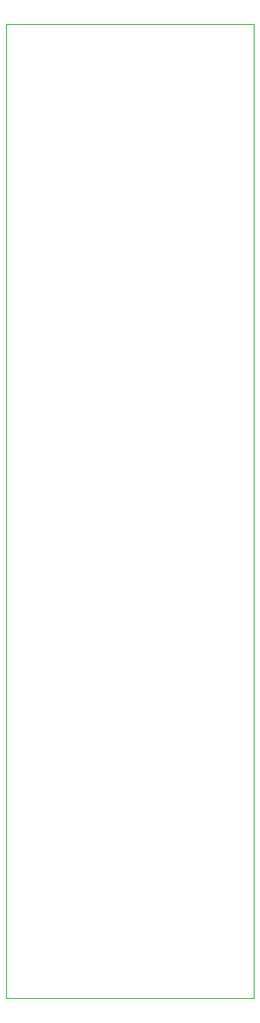
<source format=gbr>
%TF.GenerationSoftware,KiCad,Pcbnew,5.1.12-84ad8e8a86~92~ubuntu21.04.1*%
%TF.CreationDate,2021-11-06T20:56:35+01:00*%
%TF.ProjectId,control,636f6e74-726f-46c2-9e6b-696361645f70,v1.0.0*%
%TF.SameCoordinates,Original*%
%TF.FileFunction,Profile,NP*%
%FSLAX46Y46*%
G04 Gerber Fmt 4.6, Leading zero omitted, Abs format (unit mm)*
G04 Created by KiCad (PCBNEW 5.1.12-84ad8e8a86~92~ubuntu21.04.1) date 2021-11-06 20:56:35*
%MOMM*%
%LPD*%
G01*
G04 APERTURE LIST*
%TA.AperFunction,Profile*%
%ADD10C,0.050000*%
%TD*%
G04 APERTURE END LIST*
D10*
X116000000Y-76000000D02*
X116000000Y-182000000D01*
X89000000Y-76000000D02*
X116000000Y-76000000D01*
X89000000Y-182000000D02*
X89000000Y-76000000D01*
X116000000Y-182000000D02*
X89000000Y-182000000D01*
M02*

</source>
